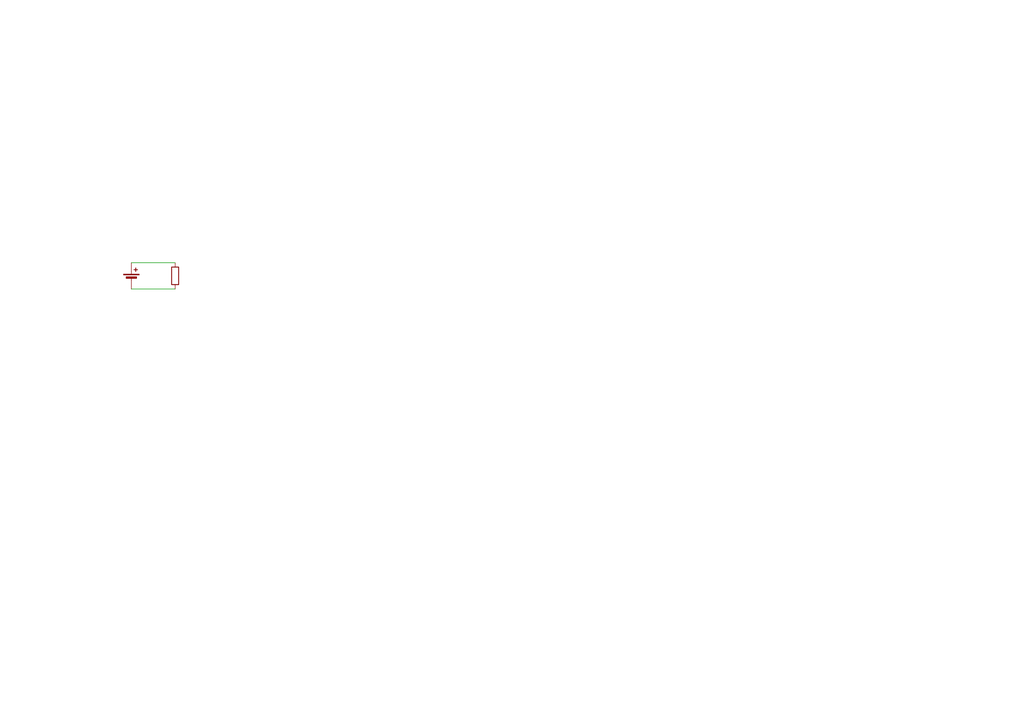
<source format=kicad_sch>
(kicad_sch (version 20231120) (generator "eeschema") (generator_version "8.0")
  (paper "A4")
  (lib_symbols
    (symbol "Device:Battery_Cell" (pin_numbers hide) (pin_names (offset 0) hide)
      (property "Reference" "BT" (at 2.54 2.54 0))
      (property "Value" "Battery_Cell" (at 2.54 0 0))
      (symbol "Battery_Cell_0_1"
        (rectangle (start -2.286 1.778) (end 2.286 1.524) (fill (type outline)))
        (rectangle (start -1.524 1.016) (end 1.524 0.508) (fill (type outline)))
        (polyline (pts (xy 0 0.762) (xy 0 0)))
        (polyline (pts (xy 0 1.778) (xy 0 2.54)))
        (polyline (pts (xy 0.762 3.048) (xy 1.778 3.048)) (stroke (width 0.254)))
        (polyline (pts (xy 1.27 3.556) (xy 1.27 2.54)) (stroke (width 0.254)))
      )
      (symbol "Battery_Cell_1_1"
        (pin passive line (at 0 5.08 270) (length 2.54) (name "+") (number "1"))
        (pin passive line (at 0 -2.54 90) (length 2.54) (name "-") (number "2"))
      )
    )
    (symbol "Device:R" (pin_numbers hide) (pin_names (offset 0))
      (property "Reference" "R" (at 2.032 0 90))
      (property "Value" "R" (at 0 0 90))
      (symbol "R_0_1"
        (rectangle (start -1.016 -2.54) (end 1.016 2.54) (stroke (width 0.254)))
      )
      (symbol "R_1_1"
        (pin passive line (at 0 3.81 270) (length 1.27) (name "~") (number "1"))
        (pin passive line (at 0 -3.81 90) (length 1.27) (name "~") (number "2"))
      )
    )
  )
  (wire (pts (xy 38.1 83.82) (xy 50.8 83.82)))
  (wire (pts (xy 38.1 76.2) (xy 50.8 76.2)))
  (symbol (lib_id "Device:R") (at 50.8 80.01 0) (unit 1)
    (property "Reference" "R1" (effects (hide yes)))
    (property "Value" "R" (effects (hide yes)))
    (property "Description" "Resistor" (effects (hide yes)))
  )
  (symbol (lib_id "Device:Battery_Cell") (at 38.1 81.28 0) (unit 1)
    (property "Reference" "BT1" (effects (hide yes)))
    (property "Value" "Battery_Cell" (effects (hide yes)))
    (property "Description" "Single-cell battery" (effects (hide yes)))
  )
)
</source>
